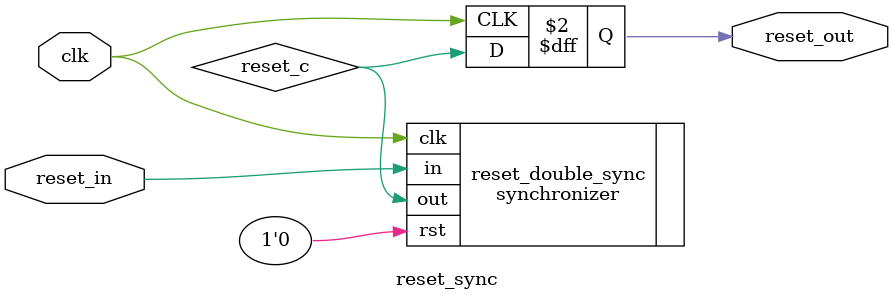
<source format=v>

module reset_sync (
  // clock for the output reset
  input  clk,
  // glitch-free input reset
  input  reset_in,
  // output reset in the clk domain
  output reg reset_out);

  wire reset_c;

  synchronizer #(
    // The input reset is async to the output clk domain... so timing should not be
    // analyzed here!
    .FALSE_PATH_TO_IN(1),
    // Assert reset_out by default. When clk starts toggling the downstream logic will
    // be in reset for at least 10 clk cycles. This allows the clock to settle (if needed)
    // and the reset to propagate fully to all logic.
    .INITIAL_VAL(1),
    .STAGES(10)
  ) reset_double_sync (
    .clk(clk), .rst(1'b0), .in(reset_in), .out(reset_c)
  );

  always @(posedge clk)
      reset_out <= reset_c;

endmodule // reset_sync
</source>
